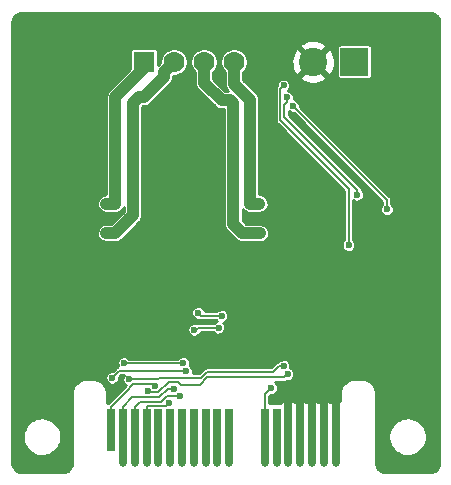
<source format=gbl>
G04 #@! TF.GenerationSoftware,KiCad,Pcbnew,(5.1.0-1558-g0ba0c1724)*
G04 #@! TF.CreationDate,2020-03-09T19:15:21-07:00*
G04 #@! TF.ProjectId,TMC2130_Driver,544d4332-3133-4305-9f44-72697665722e,rev?*
G04 #@! TF.SameCoordinates,PX67f3540PY6cb8080*
G04 #@! TF.FileFunction,Copper,L2,Bot*
G04 #@! TF.FilePolarity,Positive*
%FSLAX46Y46*%
G04 Gerber Fmt 4.6, Leading zero omitted, Abs format (unit mm)*
G04 Created by KiCad (PCBNEW (5.1.0-1558-g0ba0c1724)) date 2020-03-09 19:15:21*
%MOMM*%
%LPD*%
G04 APERTURE LIST*
%ADD10C,2.400000*%
%ADD11R,2.400000X2.400000*%
%ADD12C,1.778000*%
%ADD13R,1.778000X1.778000*%
%ADD14O,0.650000X0.650000*%
%ADD15R,0.650000X4.600000*%
%ADD16R,0.650000X3.600000*%
%ADD17C,0.800000*%
%ADD18C,0.600000*%
%ADD19C,0.203200*%
%ADD20C,0.650000*%
%ADD21C,1.000000*%
%ADD22C,0.254000*%
G04 APERTURE END LIST*
D10*
X25750000Y35000000D03*
D11*
X29250000Y35000000D03*
D12*
X19060000Y35000000D03*
X16520000Y35000000D03*
X13980000Y35000000D03*
D13*
X11440000Y35000000D03*
D14*
X9652800Y1014800D03*
X27652800Y1014800D03*
X26652800Y1014800D03*
X21652800Y1014800D03*
X18652800Y1014800D03*
X25652800Y1014800D03*
X22652800Y1014800D03*
X10652800Y1014800D03*
X24652800Y1014800D03*
X23652800Y1014800D03*
X17652800Y1014800D03*
X16652800Y1014800D03*
X15652800Y1014800D03*
X14652800Y1014800D03*
X13652800Y1014800D03*
X12652800Y1014800D03*
X11652800Y1014800D03*
D15*
X22652800Y3314800D03*
X21652800Y3314800D03*
X27652800Y3314800D03*
X26652800Y3314800D03*
X25652800Y3314800D03*
X24652800Y3314800D03*
X23652800Y3314800D03*
X18652800Y3314800D03*
X17652800Y3314800D03*
X16652800Y3314800D03*
X15652800Y3314800D03*
X14652800Y3314800D03*
X13652800Y3314800D03*
X12652800Y3314800D03*
X11652800Y3314800D03*
X10652800Y3314800D03*
X9652800Y3314800D03*
D16*
X8652800Y3814800D03*
D17*
X32500000Y24250000D03*
X32500000Y25250000D03*
X29750000Y30000000D03*
X30750000Y29000000D03*
X32500000Y27500000D03*
X31000000Y25750000D03*
X33000000Y38500000D03*
X4750000Y38250000D03*
X29000000Y28250000D03*
X28750000Y16000000D03*
X30750000Y17500000D03*
X35750000Y16750000D03*
X31250000Y8500000D03*
X31250000Y10500000D03*
X34750000Y8500000D03*
X34750000Y10500000D03*
X15000000Y33000000D03*
X15750000Y29500000D03*
X21000000Y35500000D03*
X21500000Y33000000D03*
X7750000Y29000000D03*
X8500000Y35250000D03*
X3250000Y34500000D03*
X1500000Y9000000D03*
X5000000Y14250000D03*
X8750000Y15750000D03*
X6250000Y17500000D03*
X21000000Y17750000D03*
X22250000Y16500000D03*
X25500000Y18500000D03*
X23000000Y19250000D03*
X26500000Y24250000D03*
X22750000Y27000000D03*
X16500000Y20750000D03*
X12750000Y20750000D03*
X14000000Y20750000D03*
X15250000Y20750000D03*
X16500000Y22000000D03*
X12750000Y22000000D03*
X14000000Y22000000D03*
X15250000Y22000000D03*
X16500000Y23250000D03*
X12750000Y23250000D03*
X14000000Y23250000D03*
X15250000Y23250000D03*
X16500000Y24500000D03*
X15250000Y24500000D03*
X14000000Y24500000D03*
X12750000Y24500000D03*
D18*
X13520173Y6105852D03*
X11750000Y7141980D03*
X12385425Y7580333D03*
X14750002Y9513675D03*
X15000000Y8804010D03*
X23586489Y8577022D03*
X23250000Y9250000D03*
X28750000Y19500000D03*
X23554010Y32000000D03*
X10185653Y8134343D03*
X20250000Y9304010D03*
X27750000Y28500000D03*
X27500000Y30500000D03*
X4250000Y30250000D03*
X3250000Y31750000D03*
X3250000Y29250000D03*
X5500000Y23750000D03*
X5500000Y25750000D03*
X4250000Y25750000D03*
X24750000Y25500000D03*
X23500000Y25500000D03*
X22250000Y25500000D03*
X28500000Y29500000D03*
X16250000Y31000000D03*
X17000000Y30000000D03*
X14250000Y32250000D03*
X15250000Y31000000D03*
X7750000Y30750000D03*
X8000000Y33250000D03*
X11523000Y26773000D03*
X14500000Y28250000D03*
X19750000Y19250000D03*
X19000000Y19250000D03*
X9500000Y19250000D03*
X10500000Y19000000D03*
X11250000Y18250000D03*
X11750000Y17000000D03*
X14500000Y19500000D03*
X21000000Y10250000D03*
X21250000Y13750000D03*
X18500000Y15500000D03*
X9750000Y9500000D03*
X8750000Y8250000D03*
X13966702Y7304010D03*
X14500000Y6750000D03*
X24058021Y31250000D03*
X23250000Y33000000D03*
X15695990Y12311502D03*
X16000000Y13750000D03*
X18000000Y13500000D03*
X17750000Y12500000D03*
X22206810Y7391745D03*
X19900000Y12350000D03*
X29500000Y23750000D03*
X32000000Y22500000D03*
X20400000Y23000000D03*
X21200000Y23000000D03*
X9000000Y23000000D03*
X8250000Y23000000D03*
X9000000Y20500000D03*
X8250000Y20500000D03*
X21250000Y20500000D03*
X20500000Y20500000D03*
D19*
X23586489Y8577022D02*
X23286490Y8277023D01*
X16147298Y7644389D02*
X14602702Y7644389D01*
X12715901Y6587978D02*
X13431933Y7304010D01*
X10530790Y7695990D02*
X12269768Y7695990D01*
X12651346Y7026332D02*
X11865648Y7026332D01*
X14352702Y7894389D02*
X13519403Y7894389D01*
X9652800Y3314800D02*
X9652800Y5818000D01*
X9652800Y5818000D02*
X10422778Y6587978D01*
X14500000Y6750000D02*
X13380831Y6750000D01*
X11652800Y3314800D02*
X11652800Y5818000D01*
X11711556Y5876756D02*
X13291077Y5876756D01*
X10652800Y5818000D02*
X10652800Y3314800D01*
X14602702Y7644389D02*
X14352702Y7894389D01*
X11865648Y7026332D02*
X11750000Y7141980D01*
X13431933Y7304010D02*
X13542438Y7304010D01*
X12863198Y6232367D02*
X11067167Y6232367D01*
X11652800Y5818000D02*
X11711556Y5876756D01*
X13380831Y6750000D02*
X12863198Y6232367D01*
X16779931Y8277023D02*
X16147298Y7644389D01*
X10422778Y6587978D02*
X12715901Y6587978D01*
X13519403Y7894389D02*
X12651346Y7026332D01*
X11067167Y6232367D02*
X10652800Y5818000D01*
X12269768Y7695990D02*
X12385425Y7580333D01*
X23286490Y8277023D02*
X16779931Y8277023D01*
X13542438Y7304010D02*
X13966702Y7304010D01*
X13291077Y5876756D02*
X13520173Y6105852D01*
X9917400Y7082600D02*
X10530790Y7695990D01*
X12634343Y8134343D02*
X10185653Y8134343D01*
X12750000Y8250000D02*
X12634343Y8134343D01*
X9355609Y8855609D02*
X14524137Y8855609D01*
X14575736Y8804010D02*
X15000000Y8804010D01*
X14524137Y8855609D02*
X14575736Y8804010D01*
X8750000Y8250000D02*
X9355609Y8855609D01*
X16250000Y8250000D02*
X12750000Y8250000D01*
X14736327Y9500000D02*
X14750002Y9513675D01*
X16750000Y8750000D02*
X16250000Y8250000D01*
X9750000Y9500000D02*
X14736327Y9500000D01*
X22325736Y8750000D02*
X16750000Y8750000D01*
X23250000Y9250000D02*
X22825736Y9250000D01*
X22825736Y9250000D02*
X22325736Y8750000D01*
X28750000Y24250000D02*
X28750000Y19500000D01*
X22950001Y30049999D02*
X28750000Y24250000D01*
X23305612Y30368652D02*
X23305612Y31327338D01*
X29500000Y23750000D02*
X29500000Y24174264D01*
X23305612Y31327338D02*
X23554010Y31575736D01*
X23554010Y31575736D02*
X23554010Y32000000D01*
X29500000Y24174264D02*
X23305612Y30368652D01*
X22950001Y32700001D02*
X22950001Y30049999D01*
X9917400Y7082600D02*
X10011344Y7176544D01*
X8652800Y5818000D02*
X9917400Y7082600D01*
X8652800Y3814800D02*
X8652800Y5818000D01*
X32000000Y22500000D02*
X32000000Y23308021D01*
X32000000Y23308021D02*
X24358020Y30950001D01*
X24358020Y30950001D02*
X24058021Y31250000D01*
X23250000Y33000000D02*
X22950001Y32700001D01*
X17750000Y12500000D02*
X16000000Y12500000D01*
X15811502Y12311502D02*
X15695990Y12311502D01*
X16000000Y12500000D02*
X15811502Y12311502D01*
X16250000Y13500000D02*
X16000000Y13750000D01*
X18000000Y13500000D02*
X16250000Y13500000D01*
X21652800Y6837735D02*
X21906811Y7091746D01*
X21906811Y7091746D02*
X22206810Y7391745D01*
X21652800Y3314800D02*
X21652800Y6837735D01*
D20*
X23652800Y3314800D02*
X23652800Y6264800D01*
X23652800Y6264800D02*
X23750000Y6362000D01*
X24652800Y3314800D02*
X24652800Y6402800D01*
X25652800Y3314800D02*
X25652800Y6264800D01*
X25652800Y6264800D02*
X25750000Y6362000D01*
X26652800Y3314800D02*
X26652800Y6902800D01*
X27500000Y6417600D02*
X27500000Y7000000D01*
X27652800Y3314800D02*
X27652800Y6264800D01*
X27652800Y6264800D02*
X27500000Y6417600D01*
D21*
X20400000Y23000000D02*
X21200000Y23000000D01*
X19060000Y33140000D02*
X20400000Y31800000D01*
X19060000Y35000000D02*
X19060000Y33140000D01*
X20400000Y31800000D02*
X20400000Y23000000D01*
X8250000Y20500000D02*
X9000000Y20500000D01*
X10500000Y22000000D02*
X9000000Y20500000D01*
X10500000Y31500000D02*
X10500000Y24100000D01*
X10500000Y24100000D02*
X10500000Y22000000D01*
X8250000Y23000000D02*
X9000000Y23000000D01*
X9000000Y32000000D02*
X9000000Y23000000D01*
X19750000Y20500000D02*
X21250000Y20500000D01*
X19000000Y21250000D02*
X19750000Y20500000D01*
X19000000Y31500000D02*
X19000000Y21250000D01*
X18750000Y31750000D02*
X19000000Y31500000D01*
X18000000Y31750000D02*
X18750000Y31750000D01*
X16520000Y33230000D02*
X18000000Y31750000D01*
X16520000Y35000000D02*
X16520000Y33230000D01*
X11000000Y32000000D02*
X10500000Y31500000D01*
X13980000Y35000000D02*
X13091001Y34111001D01*
X13091001Y34111001D02*
X13091001Y33698679D01*
X11392322Y32000000D02*
X11000000Y32000000D01*
X13091001Y33698679D02*
X11392322Y32000000D01*
X11440000Y34440000D02*
X9000000Y32000000D01*
X11440000Y35000000D02*
X11440000Y34440000D01*
D22*
G36*
X31084212Y6905233D02*
G01*
X31069895Y7091295D01*
X31066960Y7099631D01*
X31067021Y7108467D01*
X31007713Y7336154D01*
X31001623Y7346876D01*
X30999226Y7358979D01*
X30895344Y7570094D01*
X30887222Y7579371D01*
X30882444Y7590738D01*
X30738233Y7776654D01*
X30728407Y7784113D01*
X30721439Y7794289D01*
X30542793Y7947407D01*
X30531670Y7952736D01*
X30522798Y7961303D01*
X30317010Y8075374D01*
X30305045Y8078357D01*
X30294633Y8084965D01*
X30070109Y8155326D01*
X30057787Y8155842D01*
X30046261Y8160221D01*
X29812174Y8183999D01*
X29777604Y8178400D01*
X29325826Y8178400D01*
X29294767Y8184212D01*
X29108705Y8169895D01*
X29100369Y8166960D01*
X29091533Y8167021D01*
X28863846Y8107713D01*
X28853124Y8101623D01*
X28841021Y8099226D01*
X28629906Y7995344D01*
X28620629Y7987222D01*
X28609262Y7982444D01*
X28423346Y7838233D01*
X28415887Y7828407D01*
X28405711Y7821439D01*
X28252593Y7642793D01*
X28247264Y7631670D01*
X28238697Y7622798D01*
X28124626Y7417010D01*
X28121643Y7405045D01*
X28115035Y7394633D01*
X28044674Y7170109D01*
X28044158Y7157787D01*
X28039779Y7146261D01*
X28016001Y6912174D01*
X28021601Y6877598D01*
X28021601Y6250857D01*
X27988824Y6256637D01*
X27780800Y6256637D01*
X27780800Y6126000D01*
X27524800Y6126000D01*
X27524800Y6256637D01*
X27311212Y6256637D01*
X27183260Y6222353D01*
X26988824Y6256637D01*
X26780800Y6256637D01*
X26780800Y6126000D01*
X26524800Y6126000D01*
X26524800Y6256637D01*
X26311212Y6256637D01*
X26183260Y6222353D01*
X25988824Y6256637D01*
X25780800Y6256637D01*
X25780800Y6126000D01*
X25524800Y6126000D01*
X25524800Y6256637D01*
X25311212Y6256637D01*
X25183260Y6222353D01*
X24988824Y6256637D01*
X24780800Y6256637D01*
X24780800Y6126000D01*
X24524800Y6126000D01*
X24524800Y6256637D01*
X24311212Y6256637D01*
X24183260Y6222353D01*
X23988824Y6256637D01*
X23780800Y6256637D01*
X23780800Y6126000D01*
X23524800Y6126000D01*
X23524800Y6256637D01*
X23311212Y6256637D01*
X23010289Y6176005D01*
X22950695Y6126000D01*
X22032800Y6126000D01*
X22032800Y6680335D01*
X22160735Y6808269D01*
X22357115Y6822864D01*
X22551834Y6915115D01*
X22700285Y7071279D01*
X22782850Y7271098D01*
X22785625Y7498282D01*
X22707968Y7700059D01*
X22563376Y7859804D01*
X22489535Y7897023D01*
X23250307Y7897023D01*
X23315357Y7884614D01*
X23356205Y7902800D01*
X23467800Y7930210D01*
X23518847Y7975215D01*
X23524680Y7977813D01*
X23540413Y7993546D01*
X23736794Y8008141D01*
X23931513Y8100392D01*
X24079964Y8256556D01*
X24162529Y8456375D01*
X24165304Y8683559D01*
X24087647Y8885336D01*
X23943055Y9045081D01*
X23817391Y9108421D01*
X23826040Y9129353D01*
X23828815Y9356537D01*
X23751158Y9558314D01*
X23606566Y9718059D01*
X23414159Y9815040D01*
X23199740Y9836252D01*
X22992061Y9778852D01*
X22818969Y9650538D01*
X22811993Y9639524D01*
X22796869Y9642409D01*
X22756020Y9624222D01*
X22644426Y9596812D01*
X22593397Y9551823D01*
X22587561Y9549226D01*
X22566044Y9527708D01*
X22504383Y9473346D01*
X22499836Y9461501D01*
X22168336Y9130000D01*
X16786183Y9130000D01*
X16721133Y9142409D01*
X16680284Y9124222D01*
X16568690Y9096812D01*
X16517661Y9051823D01*
X16511825Y9049226D01*
X16490308Y9027708D01*
X16428647Y8973346D01*
X16424100Y8961501D01*
X16092600Y8630000D01*
X15553990Y8630000D01*
X15576040Y8683363D01*
X15578815Y8910547D01*
X15501158Y9112324D01*
X15356566Y9272069D01*
X15289938Y9305652D01*
X15326042Y9393028D01*
X15328817Y9620212D01*
X15251160Y9821989D01*
X15106568Y9981734D01*
X14914161Y10078715D01*
X14699742Y10099927D01*
X14492063Y10042527D01*
X14318972Y9914213D01*
X14297302Y9880000D01*
X10186272Y9880000D01*
X10106566Y9968059D01*
X9914159Y10065040D01*
X9699740Y10086252D01*
X9492061Y10028852D01*
X9318970Y9900538D01*
X9203676Y9718514D01*
X9161641Y9507189D01*
X9198501Y9294900D01*
X9243731Y9219476D01*
X9174299Y9202422D01*
X9123267Y9157430D01*
X9117431Y9154833D01*
X9095909Y9133310D01*
X9034258Y9078957D01*
X9029711Y9067113D01*
X8789929Y8827330D01*
X8699740Y8836252D01*
X8492061Y8778852D01*
X8318970Y8650538D01*
X8203676Y8468514D01*
X8161641Y8257189D01*
X8198501Y8044900D01*
X8309313Y7860112D01*
X8479217Y7727607D01*
X8685432Y7665150D01*
X8900305Y7681119D01*
X9095024Y7773370D01*
X9243475Y7929534D01*
X9326040Y8129353D01*
X9328010Y8290610D01*
X9513010Y8475609D01*
X9717080Y8475609D01*
X9639329Y8352857D01*
X9597294Y8141532D01*
X9634154Y7929243D01*
X9744966Y7744455D01*
X9911769Y7614369D01*
X9671528Y7374128D01*
X9671522Y7374124D01*
X8423400Y6126000D01*
X8278400Y6126000D01*
X8278400Y6874174D01*
X8284212Y6905233D01*
X8269895Y7091295D01*
X8266960Y7099631D01*
X8267021Y7108467D01*
X8207713Y7336154D01*
X8201623Y7346876D01*
X8199226Y7358979D01*
X8095344Y7570094D01*
X8087222Y7579371D01*
X8082444Y7590738D01*
X7938233Y7776654D01*
X7928407Y7784113D01*
X7921439Y7794289D01*
X7742793Y7947407D01*
X7731670Y7952736D01*
X7722798Y7961303D01*
X7517010Y8075374D01*
X7505045Y8078357D01*
X7494633Y8084965D01*
X7270109Y8155326D01*
X7257787Y8155842D01*
X7246261Y8160221D01*
X7012174Y8183999D01*
X6977604Y8178400D01*
X6625826Y8178400D01*
X6594767Y8184212D01*
X6408705Y8169895D01*
X6400369Y8166960D01*
X6391533Y8167021D01*
X6163846Y8107713D01*
X6153124Y8101623D01*
X6141021Y8099226D01*
X5929906Y7995344D01*
X5920629Y7987222D01*
X5909262Y7982444D01*
X5723346Y7838233D01*
X5715887Y7828407D01*
X5705711Y7821439D01*
X5552593Y7642793D01*
X5547264Y7631670D01*
X5538697Y7622798D01*
X5424626Y7417010D01*
X5421643Y7405045D01*
X5415035Y7394633D01*
X5344674Y7170109D01*
X5344158Y7157787D01*
X5339779Y7146261D01*
X5316001Y6912174D01*
X5321600Y6877604D01*
X5321601Y1051099D01*
X5319353Y1045181D01*
X5300165Y856277D01*
X5256965Y718425D01*
X5186927Y592072D01*
X5092920Y482393D01*
X4978765Y393845D01*
X4849145Y330064D01*
X4705969Y292770D01*
X4561690Y281667D01*
X4552413Y278400D01*
X1051097Y278400D01*
X1045182Y280647D01*
X856277Y299835D01*
X718425Y343035D01*
X592072Y413073D01*
X482393Y507080D01*
X393845Y621235D01*
X330064Y750855D01*
X292770Y894031D01*
X281667Y1038310D01*
X278400Y1047587D01*
X278400Y3161941D01*
X1168736Y3161941D01*
X1206002Y2896777D01*
X1286077Y2641259D01*
X1406808Y2402251D01*
X1564955Y2186170D01*
X1756270Y1998821D01*
X1975615Y1845234D01*
X2217099Y1729534D01*
X2474238Y1654828D01*
X2740126Y1623123D01*
X3007620Y1635271D01*
X3269539Y1690943D01*
X3518849Y1788646D01*
X3748854Y1925756D01*
X3953376Y2098591D01*
X4126924Y2302509D01*
X4264835Y2532033D01*
X4363408Y2781000D01*
X4420323Y3044239D01*
X4428733Y3388354D01*
X4384746Y3654061D01*
X4298452Y3907546D01*
X4171917Y4143533D01*
X4008538Y4355685D01*
X3812703Y4538304D01*
X3589671Y4686487D01*
X3345432Y4796252D01*
X3086545Y4864653D01*
X2819962Y4889852D01*
X2552844Y4871173D01*
X2292363Y4809118D01*
X2045514Y4705352D01*
X1818929Y4562664D01*
X1618691Y4384884D01*
X1450176Y4176787D01*
X1317914Y3943961D01*
X1225453Y3692661D01*
X1175278Y3429632D01*
X1168736Y3161941D01*
X278400Y3161941D01*
X278400Y12318691D01*
X15107631Y12318691D01*
X15144491Y12106402D01*
X15255303Y11921614D01*
X15425207Y11789109D01*
X15631422Y11726652D01*
X15846295Y11742621D01*
X16041014Y11834872D01*
X16189465Y11991036D01*
X16242753Y12120000D01*
X17303383Y12120000D01*
X17309313Y12110112D01*
X17479217Y11977607D01*
X17685432Y11915150D01*
X17900305Y11931119D01*
X18095024Y12023370D01*
X18243475Y12179534D01*
X18326040Y12379353D01*
X18328815Y12606537D01*
X18251158Y12808314D01*
X18140651Y12930402D01*
X18150305Y12931119D01*
X18345024Y13023370D01*
X18493475Y13179534D01*
X18576040Y13379353D01*
X18578815Y13606537D01*
X18501158Y13808314D01*
X18356566Y13968059D01*
X18164159Y14065040D01*
X17949740Y14086252D01*
X17742061Y14028852D01*
X17568969Y13900538D01*
X17555961Y13880000D01*
X16569785Y13880000D01*
X16501158Y14058314D01*
X16356566Y14218059D01*
X16164159Y14315040D01*
X15949740Y14336252D01*
X15742061Y14278852D01*
X15568970Y14150538D01*
X15453676Y13968514D01*
X15411641Y13757189D01*
X15448501Y13544900D01*
X15559313Y13360112D01*
X15729217Y13227607D01*
X15935432Y13165150D01*
X16054627Y13174009D01*
X16132971Y13126561D01*
X16200873Y13122291D01*
X16206838Y13120000D01*
X16237289Y13120000D01*
X16319300Y13114841D01*
X16330888Y13120000D01*
X17553383Y13120000D01*
X17559313Y13110112D01*
X17618647Y13063839D01*
X17492061Y13028852D01*
X17318969Y12900538D01*
X17305961Y12880000D01*
X16036177Y12880000D01*
X15971132Y12892408D01*
X15930287Y12874223D01*
X15886223Y12863400D01*
X15860149Y12876542D01*
X15645730Y12897754D01*
X15438051Y12840354D01*
X15264960Y12712040D01*
X15149666Y12530016D01*
X15107631Y12318691D01*
X278400Y12318691D01*
X278400Y20561762D01*
X7465242Y20561762D01*
X7481773Y20328281D01*
X7566226Y20109983D01*
X7711135Y19926167D01*
X7907876Y19790190D01*
X8203796Y19721600D01*
X8953785Y19721600D01*
X9024725Y19713204D01*
X9127801Y19732029D01*
X9231463Y19747613D01*
X9242716Y19753016D01*
X9259994Y19756172D01*
X9295837Y19778526D01*
X9442463Y19848935D01*
X9512413Y19913596D01*
X9517743Y19916920D01*
X9538912Y19938090D01*
X9614343Y20007818D01*
X9622246Y20021424D01*
X11017727Y21416904D01*
X11073833Y21461135D01*
X11133406Y21547329D01*
X11195686Y21631651D01*
X11199820Y21643422D01*
X11209810Y21657877D01*
X11219349Y21699031D01*
X11273241Y21852496D01*
X11276980Y21947667D01*
X11278400Y21953790D01*
X11278400Y21983793D01*
X11282431Y22086381D01*
X11278400Y22101584D01*
X11278400Y31177577D01*
X11322424Y31221600D01*
X11346107Y31221600D01*
X11417047Y31213204D01*
X11520123Y31232029D01*
X11623785Y31247613D01*
X11635038Y31253016D01*
X11652316Y31256172D01*
X11688159Y31278526D01*
X11834785Y31348935D01*
X11904735Y31413596D01*
X11910065Y31416920D01*
X11931234Y31438090D01*
X12006665Y31507818D01*
X12014568Y31521424D01*
X13608728Y33115583D01*
X13664834Y33159814D01*
X13724407Y33246008D01*
X13786687Y33330330D01*
X13790821Y33342101D01*
X13800811Y33356556D01*
X13810351Y33397712D01*
X13864242Y33551175D01*
X13867982Y33646355D01*
X13869401Y33652475D01*
X13869401Y33682457D01*
X13873433Y33785059D01*
X13871850Y33791028D01*
X13914494Y33833672D01*
X14069995Y33830415D01*
X14295454Y33870170D01*
X14508898Y33952959D01*
X14702197Y34075631D01*
X14867987Y34233510D01*
X14999955Y34420585D01*
X15093072Y34629731D01*
X15143990Y34853846D01*
X15144660Y34901842D01*
X15351072Y34901842D01*
X15392399Y34676666D01*
X15476677Y34463805D01*
X15600694Y34271367D01*
X15741600Y34125456D01*
X15741601Y33276223D01*
X15733204Y33205275D01*
X15752032Y33102178D01*
X15767614Y32998537D01*
X15773016Y32987287D01*
X15776173Y32970005D01*
X15798526Y32934164D01*
X15868936Y32787537D01*
X15933595Y32717589D01*
X15936921Y32712256D01*
X15958103Y32691075D01*
X16027817Y32615659D01*
X16041421Y32607756D01*
X17416904Y31232273D01*
X17461135Y31176167D01*
X17547329Y31116594D01*
X17631651Y31054314D01*
X17643422Y31050180D01*
X17657877Y31040190D01*
X17699031Y31030651D01*
X17852496Y30976759D01*
X17947667Y30973020D01*
X17953790Y30971600D01*
X17983793Y30971600D01*
X18086381Y30967569D01*
X18101584Y30971600D01*
X18221600Y30971600D01*
X18221601Y21296223D01*
X18213204Y21225275D01*
X18232032Y21122178D01*
X18247614Y21018537D01*
X18253016Y21007287D01*
X18256173Y20990005D01*
X18278526Y20954164D01*
X18348936Y20807537D01*
X18413595Y20737589D01*
X18416921Y20732256D01*
X18438104Y20711074D01*
X18507820Y20635656D01*
X18521421Y20627756D01*
X19166908Y19982268D01*
X19211135Y19926167D01*
X19297329Y19866594D01*
X19381651Y19804314D01*
X19393422Y19800180D01*
X19407877Y19790190D01*
X19449031Y19780651D01*
X19602496Y19726759D01*
X19697667Y19723020D01*
X19703790Y19721600D01*
X19733793Y19721600D01*
X19836381Y19717569D01*
X19851584Y19721600D01*
X21308434Y19721600D01*
X21481465Y19747614D01*
X21692463Y19848935D01*
X21864343Y20007818D01*
X21981907Y20210218D01*
X22034758Y20438238D01*
X22018227Y20671719D01*
X21933774Y20890017D01*
X21788865Y21073833D01*
X21592124Y21209810D01*
X21296204Y21278400D01*
X20072424Y21278400D01*
X19778400Y21572423D01*
X19778400Y22525662D01*
X19807606Y22494067D01*
X19861135Y22426166D01*
X19886716Y22408487D01*
X19907819Y22385657D01*
X19982571Y22342238D01*
X20057875Y22290191D01*
X20081671Y22284675D01*
X20110220Y22268093D01*
X20338239Y22215242D01*
X20428038Y22221600D01*
X21258434Y22221600D01*
X21431465Y22247614D01*
X21642463Y22348935D01*
X21814343Y22507818D01*
X21931907Y22710218D01*
X21984758Y22938238D01*
X21968227Y23171719D01*
X21883774Y23390017D01*
X21738865Y23573833D01*
X21542124Y23709810D01*
X21246204Y23778400D01*
X21178400Y23778400D01*
X21178400Y30021131D01*
X22557592Y30021131D01*
X22575781Y29980277D01*
X22603189Y29868690D01*
X22648195Y29817641D01*
X22650793Y29811807D01*
X22672294Y29790307D01*
X22726656Y29728646D01*
X22738502Y29724099D01*
X28370000Y24092599D01*
X28370001Y19938367D01*
X28318970Y19900538D01*
X28203676Y19718514D01*
X28161641Y19507189D01*
X28198501Y19294900D01*
X28309313Y19110112D01*
X28479217Y18977607D01*
X28685432Y18915150D01*
X28900305Y18931119D01*
X29095024Y19023370D01*
X29243475Y19179534D01*
X29326040Y19379353D01*
X29328815Y19606537D01*
X29251158Y19808314D01*
X29130000Y19942168D01*
X29130000Y23304985D01*
X29229217Y23227607D01*
X29435432Y23165150D01*
X29650305Y23181119D01*
X29845024Y23273370D01*
X29993475Y23429534D01*
X30076040Y23629353D01*
X30078815Y23856537D01*
X30001158Y24058314D01*
X29888522Y24182754D01*
X29892409Y24203131D01*
X29874222Y24243980D01*
X29846812Y24355574D01*
X29801823Y24406603D01*
X29799226Y24412439D01*
X29777708Y24433956D01*
X29723346Y24495617D01*
X29711500Y24500164D01*
X23685612Y30526051D01*
X23685612Y30806863D01*
X23787238Y30727607D01*
X23993453Y30665150D01*
X24097721Y30672899D01*
X24120024Y30650596D01*
X24120030Y30650592D01*
X31620001Y23150620D01*
X31620000Y22938367D01*
X31568970Y22900538D01*
X31453676Y22718514D01*
X31411641Y22507189D01*
X31448501Y22294900D01*
X31559313Y22110112D01*
X31729217Y21977607D01*
X31935432Y21915150D01*
X32150305Y21931119D01*
X32345024Y22023370D01*
X32493475Y22179534D01*
X32576040Y22379353D01*
X32578815Y22606537D01*
X32501158Y22808314D01*
X32380000Y22942168D01*
X32380000Y23271838D01*
X32392409Y23336888D01*
X32374222Y23377737D01*
X32346812Y23489331D01*
X32301823Y23540360D01*
X32299226Y23546196D01*
X32277708Y23567713D01*
X32223346Y23629374D01*
X32211500Y23633921D01*
X24655181Y31190239D01*
X24655179Y31190243D01*
X24635051Y31210371D01*
X24636836Y31356537D01*
X24559179Y31558314D01*
X24414587Y31718059D01*
X24222180Y31815040D01*
X24108138Y31826322D01*
X24130050Y31879353D01*
X24132825Y32106537D01*
X24055168Y32308314D01*
X23910576Y32468059D01*
X23718169Y32565040D01*
X23641816Y32572593D01*
X23743475Y32679534D01*
X23826040Y32879353D01*
X23828815Y33106537D01*
X23751158Y33308314D01*
X23606566Y33468059D01*
X23414159Y33565040D01*
X23199740Y33586252D01*
X22992061Y33528852D01*
X22818970Y33400538D01*
X22703676Y33218514D01*
X22661641Y33007189D01*
X22668420Y32968146D01*
X22652114Y32957064D01*
X22636087Y32915314D01*
X22576563Y32817029D01*
X22572290Y32749112D01*
X22570001Y32743146D01*
X22570001Y32712722D01*
X22564840Y32630701D01*
X22570001Y32619109D01*
X22570002Y30086187D01*
X22557592Y30021131D01*
X21178400Y30021131D01*
X21178400Y31753786D01*
X21186796Y31824727D01*
X21167970Y31927810D01*
X21152386Y32031466D01*
X21146984Y32042714D01*
X21143829Y32059992D01*
X21121474Y32095839D01*
X21051065Y32242464D01*
X20986405Y32312412D01*
X20983081Y32317743D01*
X20961890Y32338933D01*
X20892181Y32414344D01*
X20878578Y32422245D01*
X19838400Y33462422D01*
X19838400Y33608904D01*
X24539923Y33608904D01*
X24808153Y33420037D01*
X25057977Y33295752D01*
X25323725Y33210686D01*
X25599283Y33166795D01*
X25878310Y33165091D01*
X26154383Y33205612D01*
X26421150Y33287425D01*
X26672474Y33408649D01*
X26961832Y33607149D01*
X25750000Y34818981D01*
X24539923Y33608904D01*
X19838400Y33608904D01*
X19838400Y34129152D01*
X19947987Y34233510D01*
X20079955Y34420585D01*
X20173072Y34629731D01*
X20223990Y34853846D01*
X20226792Y35054568D01*
X23911420Y35054568D01*
X23924321Y34775835D01*
X23979234Y34502260D01*
X24074897Y34240139D01*
X24209108Y33995506D01*
X24363246Y33794265D01*
X25568981Y35000000D01*
X25931019Y35000000D01*
X27135859Y33795160D01*
X27278505Y33976755D01*
X27415694Y34219731D01*
X27514553Y34480664D01*
X27573186Y34755334D01*
X27584487Y35136110D01*
X27542246Y35413773D01*
X27459037Y35680109D01*
X27336499Y35930794D01*
X27142074Y36211055D01*
X25931019Y35000000D01*
X25568981Y35000000D01*
X24349923Y36219058D01*
X24122911Y35857866D01*
X24011871Y35601882D01*
X23940828Y35332045D01*
X23911420Y35054568D01*
X20226792Y35054568D01*
X20227617Y35113597D01*
X20182977Y35339047D01*
X20095735Y35550710D01*
X19969042Y35741397D01*
X19807726Y35903844D01*
X19617927Y36031865D01*
X19406878Y36120582D01*
X19182617Y36166617D01*
X18953685Y36168214D01*
X18728801Y36125316D01*
X18516534Y36039554D01*
X18324967Y35914196D01*
X18161398Y35754017D01*
X18032055Y35565117D01*
X17941867Y35354692D01*
X17894268Y35130757D01*
X17891072Y34901842D01*
X17932399Y34676666D01*
X18016677Y34463805D01*
X18140694Y34271367D01*
X18281600Y34125456D01*
X18281601Y33186223D01*
X18273204Y33115275D01*
X18292032Y33012178D01*
X18307614Y32908537D01*
X18313016Y32897287D01*
X18316173Y32880005D01*
X18338526Y32844164D01*
X18408936Y32697537D01*
X18473595Y32627589D01*
X18476921Y32622256D01*
X18498103Y32601075D01*
X18565283Y32528400D01*
X18322423Y32528400D01*
X17298400Y33552422D01*
X17298400Y34129152D01*
X17407987Y34233510D01*
X17539955Y34420585D01*
X17633072Y34629731D01*
X17683990Y34853846D01*
X17687617Y35113597D01*
X17642977Y35339047D01*
X17555735Y35550710D01*
X17429042Y35741397D01*
X17267726Y35903844D01*
X17077927Y36031865D01*
X16866878Y36120582D01*
X16642617Y36166617D01*
X16413685Y36168214D01*
X16188801Y36125316D01*
X15976534Y36039554D01*
X15784967Y35914196D01*
X15621398Y35754017D01*
X15492055Y35565117D01*
X15401867Y35354692D01*
X15354268Y35130757D01*
X15351072Y34901842D01*
X15144660Y34901842D01*
X15147617Y35113597D01*
X15102977Y35339047D01*
X15015735Y35550710D01*
X14889042Y35741397D01*
X14727726Y35903844D01*
X14537927Y36031865D01*
X14326878Y36120582D01*
X14102617Y36166617D01*
X13873685Y36168214D01*
X13648801Y36125316D01*
X13436534Y36039554D01*
X13244967Y35914196D01*
X13081398Y35754017D01*
X12952055Y35565117D01*
X12861867Y35354692D01*
X12814268Y35130757D01*
X12811498Y34932320D01*
X12610386Y34731208D01*
X12610386Y35901410D01*
X12591247Y35997628D01*
X12529715Y36089715D01*
X12437628Y36151247D01*
X12341410Y36170386D01*
X10538590Y36170386D01*
X10442372Y36151247D01*
X10350285Y36089715D01*
X10288753Y35997628D01*
X10269614Y35901410D01*
X10269614Y34370437D01*
X8482274Y32583096D01*
X8426167Y32538864D01*
X8366594Y32452670D01*
X8304314Y32368348D01*
X8300180Y32356577D01*
X8290190Y32342122D01*
X8280651Y32300968D01*
X8226759Y32147503D01*
X8223020Y32052332D01*
X8221600Y32046209D01*
X8221600Y32016207D01*
X8217569Y31913619D01*
X8221600Y31898416D01*
X8221601Y23778400D01*
X8191566Y23778400D01*
X8018535Y23752386D01*
X7807537Y23651065D01*
X7635657Y23492182D01*
X7518093Y23289782D01*
X7465242Y23061762D01*
X7481773Y22828281D01*
X7566226Y22609983D01*
X7711135Y22426167D01*
X7907876Y22290190D01*
X8203796Y22221600D01*
X8910807Y22221600D01*
X8938239Y22215242D01*
X9028038Y22221600D01*
X9058434Y22221600D01*
X9085495Y22225668D01*
X9171720Y22231773D01*
X9200717Y22242991D01*
X9231464Y22247613D01*
X9309394Y22285035D01*
X9390017Y22316226D01*
X9414435Y22335475D01*
X9442464Y22348935D01*
X9505952Y22407622D01*
X9573833Y22461135D01*
X9591511Y22486712D01*
X9614343Y22507818D01*
X9657765Y22582573D01*
X9709810Y22657877D01*
X9715325Y22681672D01*
X9721601Y22692476D01*
X9721601Y22322424D01*
X8677578Y21278400D01*
X8191566Y21278400D01*
X8018535Y21252386D01*
X7807537Y21151065D01*
X7635657Y20992182D01*
X7518093Y20789782D01*
X7465242Y20561762D01*
X278400Y20561762D01*
X278400Y23061762D01*
X278400Y36384309D01*
X24546711Y36384309D01*
X25750000Y35181019D01*
X26781391Y36212410D01*
X27768614Y36212410D01*
X27768614Y33787590D01*
X27787753Y33691372D01*
X27849285Y33599285D01*
X27941372Y33537753D01*
X28037590Y33518614D01*
X30462410Y33518614D01*
X30558628Y33537753D01*
X30650715Y33599285D01*
X30712247Y33691372D01*
X30731386Y33787590D01*
X30731386Y36212410D01*
X30712247Y36308628D01*
X30650715Y36400715D01*
X30558628Y36462247D01*
X30462410Y36481386D01*
X28037590Y36481386D01*
X27941372Y36462247D01*
X27849285Y36400715D01*
X27787753Y36308628D01*
X27768614Y36212410D01*
X26781391Y36212410D01*
X26955201Y36386220D01*
X26765226Y36533841D01*
X26521536Y36669756D01*
X26260090Y36767248D01*
X25986905Y36824070D01*
X25708269Y36838917D01*
X25430593Y36811445D01*
X25160268Y36742289D01*
X24903513Y36633039D01*
X24666239Y36486210D01*
X24546711Y36384309D01*
X278400Y36384309D01*
X278400Y38348904D01*
X280647Y38354819D01*
X299835Y38543724D01*
X343034Y38681574D01*
X413073Y38807928D01*
X507079Y38917607D01*
X621233Y39006153D01*
X750860Y39069937D01*
X894031Y39107230D01*
X1038312Y39118333D01*
X1047589Y39121600D01*
X35648904Y39121600D01*
X35654819Y39119353D01*
X35843724Y39100165D01*
X35981574Y39056966D01*
X36107928Y38986927D01*
X36217607Y38892921D01*
X36306153Y38778767D01*
X36369937Y38649140D01*
X36407230Y38505969D01*
X36418333Y38361688D01*
X36421601Y38352408D01*
X36421600Y1051097D01*
X36419353Y1045182D01*
X36400165Y856277D01*
X36356965Y718425D01*
X36286927Y592072D01*
X36192920Y482393D01*
X36078765Y393845D01*
X35949145Y330064D01*
X35805969Y292770D01*
X35661690Y281667D01*
X35652413Y278400D01*
X31851097Y278400D01*
X31845182Y280647D01*
X31656277Y299835D01*
X31518425Y343035D01*
X31392072Y413073D01*
X31282393Y507080D01*
X31193845Y621235D01*
X31130064Y750855D01*
X31092770Y894031D01*
X31081667Y1038310D01*
X31078400Y1047587D01*
X31078400Y3161941D01*
X32118736Y3161941D01*
X32156002Y2896777D01*
X32236077Y2641259D01*
X32356808Y2402251D01*
X32514955Y2186170D01*
X32706270Y1998821D01*
X32925615Y1845234D01*
X33167099Y1729534D01*
X33424238Y1654828D01*
X33690126Y1623123D01*
X33957620Y1635271D01*
X34219539Y1690943D01*
X34468849Y1788646D01*
X34698854Y1925756D01*
X34903376Y2098591D01*
X35076924Y2302509D01*
X35214835Y2532033D01*
X35313408Y2781000D01*
X35370323Y3044239D01*
X35378733Y3388354D01*
X35334746Y3654061D01*
X35248452Y3907546D01*
X35121917Y4143533D01*
X34958538Y4355685D01*
X34762703Y4538304D01*
X34539671Y4686487D01*
X34295432Y4796252D01*
X34036545Y4864653D01*
X33769962Y4889852D01*
X33502844Y4871173D01*
X33242363Y4809118D01*
X32995514Y4705352D01*
X32768929Y4562664D01*
X32568691Y4384884D01*
X32400176Y4176787D01*
X32267914Y3943961D01*
X32175453Y3692661D01*
X32125278Y3429632D01*
X32118736Y3161941D01*
X31078400Y3161941D01*
X31078400Y6874174D01*
X31084212Y6905233D01*
X31084212Y6905233D01*
G37*
X31084212Y6905233D02*
X31069895Y7091295D01*
X31066960Y7099631D01*
X31067021Y7108467D01*
X31007713Y7336154D01*
X31001623Y7346876D01*
X30999226Y7358979D01*
X30895344Y7570094D01*
X30887222Y7579371D01*
X30882444Y7590738D01*
X30738233Y7776654D01*
X30728407Y7784113D01*
X30721439Y7794289D01*
X30542793Y7947407D01*
X30531670Y7952736D01*
X30522798Y7961303D01*
X30317010Y8075374D01*
X30305045Y8078357D01*
X30294633Y8084965D01*
X30070109Y8155326D01*
X30057787Y8155842D01*
X30046261Y8160221D01*
X29812174Y8183999D01*
X29777604Y8178400D01*
X29325826Y8178400D01*
X29294767Y8184212D01*
X29108705Y8169895D01*
X29100369Y8166960D01*
X29091533Y8167021D01*
X28863846Y8107713D01*
X28853124Y8101623D01*
X28841021Y8099226D01*
X28629906Y7995344D01*
X28620629Y7987222D01*
X28609262Y7982444D01*
X28423346Y7838233D01*
X28415887Y7828407D01*
X28405711Y7821439D01*
X28252593Y7642793D01*
X28247264Y7631670D01*
X28238697Y7622798D01*
X28124626Y7417010D01*
X28121643Y7405045D01*
X28115035Y7394633D01*
X28044674Y7170109D01*
X28044158Y7157787D01*
X28039779Y7146261D01*
X28016001Y6912174D01*
X28021601Y6877598D01*
X28021601Y6250857D01*
X27988824Y6256637D01*
X27780800Y6256637D01*
X27780800Y6126000D01*
X27524800Y6126000D01*
X27524800Y6256637D01*
X27311212Y6256637D01*
X27183260Y6222353D01*
X26988824Y6256637D01*
X26780800Y6256637D01*
X26780800Y6126000D01*
X26524800Y6126000D01*
X26524800Y6256637D01*
X26311212Y6256637D01*
X26183260Y6222353D01*
X25988824Y6256637D01*
X25780800Y6256637D01*
X25780800Y6126000D01*
X25524800Y6126000D01*
X25524800Y6256637D01*
X25311212Y6256637D01*
X25183260Y6222353D01*
X24988824Y6256637D01*
X24780800Y6256637D01*
X24780800Y6126000D01*
X24524800Y6126000D01*
X24524800Y6256637D01*
X24311212Y6256637D01*
X24183260Y6222353D01*
X23988824Y6256637D01*
X23780800Y6256637D01*
X23780800Y6126000D01*
X23524800Y6126000D01*
X23524800Y6256637D01*
X23311212Y6256637D01*
X23010289Y6176005D01*
X22950695Y6126000D01*
X22032800Y6126000D01*
X22032800Y6680335D01*
X22160735Y6808269D01*
X22357115Y6822864D01*
X22551834Y6915115D01*
X22700285Y7071279D01*
X22782850Y7271098D01*
X22785625Y7498282D01*
X22707968Y7700059D01*
X22563376Y7859804D01*
X22489535Y7897023D01*
X23250307Y7897023D01*
X23315357Y7884614D01*
X23356205Y7902800D01*
X23467800Y7930210D01*
X23518847Y7975215D01*
X23524680Y7977813D01*
X23540413Y7993546D01*
X23736794Y8008141D01*
X23931513Y8100392D01*
X24079964Y8256556D01*
X24162529Y8456375D01*
X24165304Y8683559D01*
X24087647Y8885336D01*
X23943055Y9045081D01*
X23817391Y9108421D01*
X23826040Y9129353D01*
X23828815Y9356537D01*
X23751158Y9558314D01*
X23606566Y9718059D01*
X23414159Y9815040D01*
X23199740Y9836252D01*
X22992061Y9778852D01*
X22818969Y9650538D01*
X22811993Y9639524D01*
X22796869Y9642409D01*
X22756020Y9624222D01*
X22644426Y9596812D01*
X22593397Y9551823D01*
X22587561Y9549226D01*
X22566044Y9527708D01*
X22504383Y9473346D01*
X22499836Y9461501D01*
X22168336Y9130000D01*
X16786183Y9130000D01*
X16721133Y9142409D01*
X16680284Y9124222D01*
X16568690Y9096812D01*
X16517661Y9051823D01*
X16511825Y9049226D01*
X16490308Y9027708D01*
X16428647Y8973346D01*
X16424100Y8961501D01*
X16092600Y8630000D01*
X15553990Y8630000D01*
X15576040Y8683363D01*
X15578815Y8910547D01*
X15501158Y9112324D01*
X15356566Y9272069D01*
X15289938Y9305652D01*
X15326042Y9393028D01*
X15328817Y9620212D01*
X15251160Y9821989D01*
X15106568Y9981734D01*
X14914161Y10078715D01*
X14699742Y10099927D01*
X14492063Y10042527D01*
X14318972Y9914213D01*
X14297302Y9880000D01*
X10186272Y9880000D01*
X10106566Y9968059D01*
X9914159Y10065040D01*
X9699740Y10086252D01*
X9492061Y10028852D01*
X9318970Y9900538D01*
X9203676Y9718514D01*
X9161641Y9507189D01*
X9198501Y9294900D01*
X9243731Y9219476D01*
X9174299Y9202422D01*
X9123267Y9157430D01*
X9117431Y9154833D01*
X9095909Y9133310D01*
X9034258Y9078957D01*
X9029711Y9067113D01*
X8789929Y8827330D01*
X8699740Y8836252D01*
X8492061Y8778852D01*
X8318970Y8650538D01*
X8203676Y8468514D01*
X8161641Y8257189D01*
X8198501Y8044900D01*
X8309313Y7860112D01*
X8479217Y7727607D01*
X8685432Y7665150D01*
X8900305Y7681119D01*
X9095024Y7773370D01*
X9243475Y7929534D01*
X9326040Y8129353D01*
X9328010Y8290610D01*
X9513010Y8475609D01*
X9717080Y8475609D01*
X9639329Y8352857D01*
X9597294Y8141532D01*
X9634154Y7929243D01*
X9744966Y7744455D01*
X9911769Y7614369D01*
X9671528Y7374128D01*
X9671522Y7374124D01*
X8423400Y6126000D01*
X8278400Y6126000D01*
X8278400Y6874174D01*
X8284212Y6905233D01*
X8269895Y7091295D01*
X8266960Y7099631D01*
X8267021Y7108467D01*
X8207713Y7336154D01*
X8201623Y7346876D01*
X8199226Y7358979D01*
X8095344Y7570094D01*
X8087222Y7579371D01*
X8082444Y7590738D01*
X7938233Y7776654D01*
X7928407Y7784113D01*
X7921439Y7794289D01*
X7742793Y7947407D01*
X7731670Y7952736D01*
X7722798Y7961303D01*
X7517010Y8075374D01*
X7505045Y8078357D01*
X7494633Y8084965D01*
X7270109Y8155326D01*
X7257787Y8155842D01*
X7246261Y8160221D01*
X7012174Y8183999D01*
X6977604Y8178400D01*
X6625826Y8178400D01*
X6594767Y8184212D01*
X6408705Y8169895D01*
X6400369Y8166960D01*
X6391533Y8167021D01*
X6163846Y8107713D01*
X6153124Y8101623D01*
X6141021Y8099226D01*
X5929906Y7995344D01*
X5920629Y7987222D01*
X5909262Y7982444D01*
X5723346Y7838233D01*
X5715887Y7828407D01*
X5705711Y7821439D01*
X5552593Y7642793D01*
X5547264Y7631670D01*
X5538697Y7622798D01*
X5424626Y7417010D01*
X5421643Y7405045D01*
X5415035Y7394633D01*
X5344674Y7170109D01*
X5344158Y7157787D01*
X5339779Y7146261D01*
X5316001Y6912174D01*
X5321600Y6877604D01*
X5321601Y1051099D01*
X5319353Y1045181D01*
X5300165Y856277D01*
X5256965Y718425D01*
X5186927Y592072D01*
X5092920Y482393D01*
X4978765Y393845D01*
X4849145Y330064D01*
X4705969Y292770D01*
X4561690Y281667D01*
X4552413Y278400D01*
X1051097Y278400D01*
X1045182Y280647D01*
X856277Y299835D01*
X718425Y343035D01*
X592072Y413073D01*
X482393Y507080D01*
X393845Y621235D01*
X330064Y750855D01*
X292770Y894031D01*
X281667Y1038310D01*
X278400Y1047587D01*
X278400Y3161941D01*
X1168736Y3161941D01*
X1206002Y2896777D01*
X1286077Y2641259D01*
X1406808Y2402251D01*
X1564955Y2186170D01*
X1756270Y1998821D01*
X1975615Y1845234D01*
X2217099Y1729534D01*
X2474238Y1654828D01*
X2740126Y1623123D01*
X3007620Y1635271D01*
X3269539Y1690943D01*
X3518849Y1788646D01*
X3748854Y1925756D01*
X3953376Y2098591D01*
X4126924Y2302509D01*
X4264835Y2532033D01*
X4363408Y2781000D01*
X4420323Y3044239D01*
X4428733Y3388354D01*
X4384746Y3654061D01*
X4298452Y3907546D01*
X4171917Y4143533D01*
X4008538Y4355685D01*
X3812703Y4538304D01*
X3589671Y4686487D01*
X3345432Y4796252D01*
X3086545Y4864653D01*
X2819962Y4889852D01*
X2552844Y4871173D01*
X2292363Y4809118D01*
X2045514Y4705352D01*
X1818929Y4562664D01*
X1618691Y4384884D01*
X1450176Y4176787D01*
X1317914Y3943961D01*
X1225453Y3692661D01*
X1175278Y3429632D01*
X1168736Y3161941D01*
X278400Y3161941D01*
X278400Y12318691D01*
X15107631Y12318691D01*
X15144491Y12106402D01*
X15255303Y11921614D01*
X15425207Y11789109D01*
X15631422Y11726652D01*
X15846295Y11742621D01*
X16041014Y11834872D01*
X16189465Y11991036D01*
X16242753Y12120000D01*
X17303383Y12120000D01*
X17309313Y12110112D01*
X17479217Y11977607D01*
X17685432Y11915150D01*
X17900305Y11931119D01*
X18095024Y12023370D01*
X18243475Y12179534D01*
X18326040Y12379353D01*
X18328815Y12606537D01*
X18251158Y12808314D01*
X18140651Y12930402D01*
X18150305Y12931119D01*
X18345024Y13023370D01*
X18493475Y13179534D01*
X18576040Y13379353D01*
X18578815Y13606537D01*
X18501158Y13808314D01*
X18356566Y13968059D01*
X18164159Y14065040D01*
X17949740Y14086252D01*
X17742061Y14028852D01*
X17568969Y13900538D01*
X17555961Y13880000D01*
X16569785Y13880000D01*
X16501158Y14058314D01*
X16356566Y14218059D01*
X16164159Y14315040D01*
X15949740Y14336252D01*
X15742061Y14278852D01*
X15568970Y14150538D01*
X15453676Y13968514D01*
X15411641Y13757189D01*
X15448501Y13544900D01*
X15559313Y13360112D01*
X15729217Y13227607D01*
X15935432Y13165150D01*
X16054627Y13174009D01*
X16132971Y13126561D01*
X16200873Y13122291D01*
X16206838Y13120000D01*
X16237289Y13120000D01*
X16319300Y13114841D01*
X16330888Y13120000D01*
X17553383Y13120000D01*
X17559313Y13110112D01*
X17618647Y13063839D01*
X17492061Y13028852D01*
X17318969Y12900538D01*
X17305961Y12880000D01*
X16036177Y12880000D01*
X15971132Y12892408D01*
X15930287Y12874223D01*
X15886223Y12863400D01*
X15860149Y12876542D01*
X15645730Y12897754D01*
X15438051Y12840354D01*
X15264960Y12712040D01*
X15149666Y12530016D01*
X15107631Y12318691D01*
X278400Y12318691D01*
X278400Y20561762D01*
X7465242Y20561762D01*
X7481773Y20328281D01*
X7566226Y20109983D01*
X7711135Y19926167D01*
X7907876Y19790190D01*
X8203796Y19721600D01*
X8953785Y19721600D01*
X9024725Y19713204D01*
X9127801Y19732029D01*
X9231463Y19747613D01*
X9242716Y19753016D01*
X9259994Y19756172D01*
X9295837Y19778526D01*
X9442463Y19848935D01*
X9512413Y19913596D01*
X9517743Y19916920D01*
X9538912Y19938090D01*
X9614343Y20007818D01*
X9622246Y20021424D01*
X11017727Y21416904D01*
X11073833Y21461135D01*
X11133406Y21547329D01*
X11195686Y21631651D01*
X11199820Y21643422D01*
X11209810Y21657877D01*
X11219349Y21699031D01*
X11273241Y21852496D01*
X11276980Y21947667D01*
X11278400Y21953790D01*
X11278400Y21983793D01*
X11282431Y22086381D01*
X11278400Y22101584D01*
X11278400Y31177577D01*
X11322424Y31221600D01*
X11346107Y31221600D01*
X11417047Y31213204D01*
X11520123Y31232029D01*
X11623785Y31247613D01*
X11635038Y31253016D01*
X11652316Y31256172D01*
X11688159Y31278526D01*
X11834785Y31348935D01*
X11904735Y31413596D01*
X11910065Y31416920D01*
X11931234Y31438090D01*
X12006665Y31507818D01*
X12014568Y31521424D01*
X13608728Y33115583D01*
X13664834Y33159814D01*
X13724407Y33246008D01*
X13786687Y33330330D01*
X13790821Y33342101D01*
X13800811Y33356556D01*
X13810351Y33397712D01*
X13864242Y33551175D01*
X13867982Y33646355D01*
X13869401Y33652475D01*
X13869401Y33682457D01*
X13873433Y33785059D01*
X13871850Y33791028D01*
X13914494Y33833672D01*
X14069995Y33830415D01*
X14295454Y33870170D01*
X14508898Y33952959D01*
X14702197Y34075631D01*
X14867987Y34233510D01*
X14999955Y34420585D01*
X15093072Y34629731D01*
X15143990Y34853846D01*
X15144660Y34901842D01*
X15351072Y34901842D01*
X15392399Y34676666D01*
X15476677Y34463805D01*
X15600694Y34271367D01*
X15741600Y34125456D01*
X15741601Y33276223D01*
X15733204Y33205275D01*
X15752032Y33102178D01*
X15767614Y32998537D01*
X15773016Y32987287D01*
X15776173Y32970005D01*
X15798526Y32934164D01*
X15868936Y32787537D01*
X15933595Y32717589D01*
X15936921Y32712256D01*
X15958103Y32691075D01*
X16027817Y32615659D01*
X16041421Y32607756D01*
X17416904Y31232273D01*
X17461135Y31176167D01*
X17547329Y31116594D01*
X17631651Y31054314D01*
X17643422Y31050180D01*
X17657877Y31040190D01*
X17699031Y31030651D01*
X17852496Y30976759D01*
X17947667Y30973020D01*
X17953790Y30971600D01*
X17983793Y30971600D01*
X18086381Y30967569D01*
X18101584Y30971600D01*
X18221600Y30971600D01*
X18221601Y21296223D01*
X18213204Y21225275D01*
X18232032Y21122178D01*
X18247614Y21018537D01*
X18253016Y21007287D01*
X18256173Y20990005D01*
X18278526Y20954164D01*
X18348936Y20807537D01*
X18413595Y20737589D01*
X18416921Y20732256D01*
X18438104Y20711074D01*
X18507820Y20635656D01*
X18521421Y20627756D01*
X19166908Y19982268D01*
X19211135Y19926167D01*
X19297329Y19866594D01*
X19381651Y19804314D01*
X19393422Y19800180D01*
X19407877Y19790190D01*
X19449031Y19780651D01*
X19602496Y19726759D01*
X19697667Y19723020D01*
X19703790Y19721600D01*
X19733793Y19721600D01*
X19836381Y19717569D01*
X19851584Y19721600D01*
X21308434Y19721600D01*
X21481465Y19747614D01*
X21692463Y19848935D01*
X21864343Y20007818D01*
X21981907Y20210218D01*
X22034758Y20438238D01*
X22018227Y20671719D01*
X21933774Y20890017D01*
X21788865Y21073833D01*
X21592124Y21209810D01*
X21296204Y21278400D01*
X20072424Y21278400D01*
X19778400Y21572423D01*
X19778400Y22525662D01*
X19807606Y22494067D01*
X19861135Y22426166D01*
X19886716Y22408487D01*
X19907819Y22385657D01*
X19982571Y22342238D01*
X20057875Y22290191D01*
X20081671Y22284675D01*
X20110220Y22268093D01*
X20338239Y22215242D01*
X20428038Y22221600D01*
X21258434Y22221600D01*
X21431465Y22247614D01*
X21642463Y22348935D01*
X21814343Y22507818D01*
X21931907Y22710218D01*
X21984758Y22938238D01*
X21968227Y23171719D01*
X21883774Y23390017D01*
X21738865Y23573833D01*
X21542124Y23709810D01*
X21246204Y23778400D01*
X21178400Y23778400D01*
X21178400Y30021131D01*
X22557592Y30021131D01*
X22575781Y29980277D01*
X22603189Y29868690D01*
X22648195Y29817641D01*
X22650793Y29811807D01*
X22672294Y29790307D01*
X22726656Y29728646D01*
X22738502Y29724099D01*
X28370000Y24092599D01*
X28370001Y19938367D01*
X28318970Y19900538D01*
X28203676Y19718514D01*
X28161641Y19507189D01*
X28198501Y19294900D01*
X28309313Y19110112D01*
X28479217Y18977607D01*
X28685432Y18915150D01*
X28900305Y18931119D01*
X29095024Y19023370D01*
X29243475Y19179534D01*
X29326040Y19379353D01*
X29328815Y19606537D01*
X29251158Y19808314D01*
X29130000Y19942168D01*
X29130000Y23304985D01*
X29229217Y23227607D01*
X29435432Y23165150D01*
X29650305Y23181119D01*
X29845024Y23273370D01*
X29993475Y23429534D01*
X30076040Y23629353D01*
X30078815Y23856537D01*
X30001158Y24058314D01*
X29888522Y24182754D01*
X29892409Y24203131D01*
X29874222Y24243980D01*
X29846812Y24355574D01*
X29801823Y24406603D01*
X29799226Y24412439D01*
X29777708Y24433956D01*
X29723346Y24495617D01*
X29711500Y24500164D01*
X23685612Y30526051D01*
X23685612Y30806863D01*
X23787238Y30727607D01*
X23993453Y30665150D01*
X24097721Y30672899D01*
X24120024Y30650596D01*
X24120030Y30650592D01*
X31620001Y23150620D01*
X31620000Y22938367D01*
X31568970Y22900538D01*
X31453676Y22718514D01*
X31411641Y22507189D01*
X31448501Y22294900D01*
X31559313Y22110112D01*
X31729217Y21977607D01*
X31935432Y21915150D01*
X32150305Y21931119D01*
X32345024Y22023370D01*
X32493475Y22179534D01*
X32576040Y22379353D01*
X32578815Y22606537D01*
X32501158Y22808314D01*
X32380000Y22942168D01*
X32380000Y23271838D01*
X32392409Y23336888D01*
X32374222Y23377737D01*
X32346812Y23489331D01*
X32301823Y23540360D01*
X32299226Y23546196D01*
X32277708Y23567713D01*
X32223346Y23629374D01*
X32211500Y23633921D01*
X24655181Y31190239D01*
X24655179Y31190243D01*
X24635051Y31210371D01*
X24636836Y31356537D01*
X24559179Y31558314D01*
X24414587Y31718059D01*
X24222180Y31815040D01*
X24108138Y31826322D01*
X24130050Y31879353D01*
X24132825Y32106537D01*
X24055168Y32308314D01*
X23910576Y32468059D01*
X23718169Y32565040D01*
X23641816Y32572593D01*
X23743475Y32679534D01*
X23826040Y32879353D01*
X23828815Y33106537D01*
X23751158Y33308314D01*
X23606566Y33468059D01*
X23414159Y33565040D01*
X23199740Y33586252D01*
X22992061Y33528852D01*
X22818970Y33400538D01*
X22703676Y33218514D01*
X22661641Y33007189D01*
X22668420Y32968146D01*
X22652114Y32957064D01*
X22636087Y32915314D01*
X22576563Y32817029D01*
X22572290Y32749112D01*
X22570001Y32743146D01*
X22570001Y32712722D01*
X22564840Y32630701D01*
X22570001Y32619109D01*
X22570002Y30086187D01*
X22557592Y30021131D01*
X21178400Y30021131D01*
X21178400Y31753786D01*
X21186796Y31824727D01*
X21167970Y31927810D01*
X21152386Y32031466D01*
X21146984Y32042714D01*
X21143829Y32059992D01*
X21121474Y32095839D01*
X21051065Y32242464D01*
X20986405Y32312412D01*
X20983081Y32317743D01*
X20961890Y32338933D01*
X20892181Y32414344D01*
X20878578Y32422245D01*
X19838400Y33462422D01*
X19838400Y33608904D01*
X24539923Y33608904D01*
X24808153Y33420037D01*
X25057977Y33295752D01*
X25323725Y33210686D01*
X25599283Y33166795D01*
X25878310Y33165091D01*
X26154383Y33205612D01*
X26421150Y33287425D01*
X26672474Y33408649D01*
X26961832Y33607149D01*
X25750000Y34818981D01*
X24539923Y33608904D01*
X19838400Y33608904D01*
X19838400Y34129152D01*
X19947987Y34233510D01*
X20079955Y34420585D01*
X20173072Y34629731D01*
X20223990Y34853846D01*
X20226792Y35054568D01*
X23911420Y35054568D01*
X23924321Y34775835D01*
X23979234Y34502260D01*
X24074897Y34240139D01*
X24209108Y33995506D01*
X24363246Y33794265D01*
X25568981Y35000000D01*
X25931019Y35000000D01*
X27135859Y33795160D01*
X27278505Y33976755D01*
X27415694Y34219731D01*
X27514553Y34480664D01*
X27573186Y34755334D01*
X27584487Y35136110D01*
X27542246Y35413773D01*
X27459037Y35680109D01*
X27336499Y35930794D01*
X27142074Y36211055D01*
X25931019Y35000000D01*
X25568981Y35000000D01*
X24349923Y36219058D01*
X24122911Y35857866D01*
X24011871Y35601882D01*
X23940828Y35332045D01*
X23911420Y35054568D01*
X20226792Y35054568D01*
X20227617Y35113597D01*
X20182977Y35339047D01*
X20095735Y35550710D01*
X19969042Y35741397D01*
X19807726Y35903844D01*
X19617927Y36031865D01*
X19406878Y36120582D01*
X19182617Y36166617D01*
X18953685Y36168214D01*
X18728801Y36125316D01*
X18516534Y36039554D01*
X18324967Y35914196D01*
X18161398Y35754017D01*
X18032055Y35565117D01*
X17941867Y35354692D01*
X17894268Y35130757D01*
X17891072Y34901842D01*
X17932399Y34676666D01*
X18016677Y34463805D01*
X18140694Y34271367D01*
X18281600Y34125456D01*
X18281601Y33186223D01*
X18273204Y33115275D01*
X18292032Y33012178D01*
X18307614Y32908537D01*
X18313016Y32897287D01*
X18316173Y32880005D01*
X18338526Y32844164D01*
X18408936Y32697537D01*
X18473595Y32627589D01*
X18476921Y32622256D01*
X18498103Y32601075D01*
X18565283Y32528400D01*
X18322423Y32528400D01*
X17298400Y33552422D01*
X17298400Y34129152D01*
X17407987Y34233510D01*
X17539955Y34420585D01*
X17633072Y34629731D01*
X17683990Y34853846D01*
X17687617Y35113597D01*
X17642977Y35339047D01*
X17555735Y35550710D01*
X17429042Y35741397D01*
X17267726Y35903844D01*
X17077927Y36031865D01*
X16866878Y36120582D01*
X16642617Y36166617D01*
X16413685Y36168214D01*
X16188801Y36125316D01*
X15976534Y36039554D01*
X15784967Y35914196D01*
X15621398Y35754017D01*
X15492055Y35565117D01*
X15401867Y35354692D01*
X15354268Y35130757D01*
X15351072Y34901842D01*
X15144660Y34901842D01*
X15147617Y35113597D01*
X15102977Y35339047D01*
X15015735Y35550710D01*
X14889042Y35741397D01*
X14727726Y35903844D01*
X14537927Y36031865D01*
X14326878Y36120582D01*
X14102617Y36166617D01*
X13873685Y36168214D01*
X13648801Y36125316D01*
X13436534Y36039554D01*
X13244967Y35914196D01*
X13081398Y35754017D01*
X12952055Y35565117D01*
X12861867Y35354692D01*
X12814268Y35130757D01*
X12811498Y34932320D01*
X12610386Y34731208D01*
X12610386Y35901410D01*
X12591247Y35997628D01*
X12529715Y36089715D01*
X12437628Y36151247D01*
X12341410Y36170386D01*
X10538590Y36170386D01*
X10442372Y36151247D01*
X10350285Y36089715D01*
X10288753Y35997628D01*
X10269614Y35901410D01*
X10269614Y34370437D01*
X8482274Y32583096D01*
X8426167Y32538864D01*
X8366594Y32452670D01*
X8304314Y32368348D01*
X8300180Y32356577D01*
X8290190Y32342122D01*
X8280651Y32300968D01*
X8226759Y32147503D01*
X8223020Y32052332D01*
X8221600Y32046209D01*
X8221600Y32016207D01*
X8217569Y31913619D01*
X8221600Y31898416D01*
X8221601Y23778400D01*
X8191566Y23778400D01*
X8018535Y23752386D01*
X7807537Y23651065D01*
X7635657Y23492182D01*
X7518093Y23289782D01*
X7465242Y23061762D01*
X7481773Y22828281D01*
X7566226Y22609983D01*
X7711135Y22426167D01*
X7907876Y22290190D01*
X8203796Y22221600D01*
X8910807Y22221600D01*
X8938239Y22215242D01*
X9028038Y22221600D01*
X9058434Y22221600D01*
X9085495Y22225668D01*
X9171720Y22231773D01*
X9200717Y22242991D01*
X9231464Y22247613D01*
X9309394Y22285035D01*
X9390017Y22316226D01*
X9414435Y22335475D01*
X9442464Y22348935D01*
X9505952Y22407622D01*
X9573833Y22461135D01*
X9591511Y22486712D01*
X9614343Y22507818D01*
X9657765Y22582573D01*
X9709810Y22657877D01*
X9715325Y22681672D01*
X9721601Y22692476D01*
X9721601Y22322424D01*
X8677578Y21278400D01*
X8191566Y21278400D01*
X8018535Y21252386D01*
X7807537Y21151065D01*
X7635657Y20992182D01*
X7518093Y20789782D01*
X7465242Y20561762D01*
X278400Y20561762D01*
X278400Y23061762D01*
X278400Y36384309D01*
X24546711Y36384309D01*
X25750000Y35181019D01*
X26781391Y36212410D01*
X27768614Y36212410D01*
X27768614Y33787590D01*
X27787753Y33691372D01*
X27849285Y33599285D01*
X27941372Y33537753D01*
X28037590Y33518614D01*
X30462410Y33518614D01*
X30558628Y33537753D01*
X30650715Y33599285D01*
X30712247Y33691372D01*
X30731386Y33787590D01*
X30731386Y36212410D01*
X30712247Y36308628D01*
X30650715Y36400715D01*
X30558628Y36462247D01*
X30462410Y36481386D01*
X28037590Y36481386D01*
X27941372Y36462247D01*
X27849285Y36400715D01*
X27787753Y36308628D01*
X27768614Y36212410D01*
X26781391Y36212410D01*
X26955201Y36386220D01*
X26765226Y36533841D01*
X26521536Y36669756D01*
X26260090Y36767248D01*
X25986905Y36824070D01*
X25708269Y36838917D01*
X25430593Y36811445D01*
X25160268Y36742289D01*
X24903513Y36633039D01*
X24666239Y36486210D01*
X24546711Y36384309D01*
X278400Y36384309D01*
X278400Y38348904D01*
X280647Y38354819D01*
X299835Y38543724D01*
X343034Y38681574D01*
X413073Y38807928D01*
X507079Y38917607D01*
X621233Y39006153D01*
X750860Y39069937D01*
X894031Y39107230D01*
X1038312Y39118333D01*
X1047589Y39121600D01*
X35648904Y39121600D01*
X35654819Y39119353D01*
X35843724Y39100165D01*
X35981574Y39056966D01*
X36107928Y38986927D01*
X36217607Y38892921D01*
X36306153Y38778767D01*
X36369937Y38649140D01*
X36407230Y38505969D01*
X36418333Y38361688D01*
X36421601Y38352408D01*
X36421600Y1051097D01*
X36419353Y1045182D01*
X36400165Y856277D01*
X36356965Y718425D01*
X36286927Y592072D01*
X36192920Y482393D01*
X36078765Y393845D01*
X35949145Y330064D01*
X35805969Y292770D01*
X35661690Y281667D01*
X35652413Y278400D01*
X31851097Y278400D01*
X31845182Y280647D01*
X31656277Y299835D01*
X31518425Y343035D01*
X31392072Y413073D01*
X31282393Y507080D01*
X31193845Y621235D01*
X31130064Y750855D01*
X31092770Y894031D01*
X31081667Y1038310D01*
X31078400Y1047587D01*
X31078400Y3161941D01*
X32118736Y3161941D01*
X32156002Y2896777D01*
X32236077Y2641259D01*
X32356808Y2402251D01*
X32514955Y2186170D01*
X32706270Y1998821D01*
X32925615Y1845234D01*
X33167099Y1729534D01*
X33424238Y1654828D01*
X33690126Y1623123D01*
X33957620Y1635271D01*
X34219539Y1690943D01*
X34468849Y1788646D01*
X34698854Y1925756D01*
X34903376Y2098591D01*
X35076924Y2302509D01*
X35214835Y2532033D01*
X35313408Y2781000D01*
X35370323Y3044239D01*
X35378733Y3388354D01*
X35334746Y3654061D01*
X35248452Y3907546D01*
X35121917Y4143533D01*
X34958538Y4355685D01*
X34762703Y4538304D01*
X34539671Y4686487D01*
X34295432Y4796252D01*
X34036545Y4864653D01*
X33769962Y4889852D01*
X33502844Y4871173D01*
X33242363Y4809118D01*
X32995514Y4705352D01*
X32768929Y4562664D01*
X32568691Y4384884D01*
X32400176Y4176787D01*
X32267914Y3943961D01*
X32175453Y3692661D01*
X32125278Y3429632D01*
X32118736Y3161941D01*
X31078400Y3161941D01*
X31078400Y6874174D01*
X31084212Y6905233D01*
M02*

</source>
